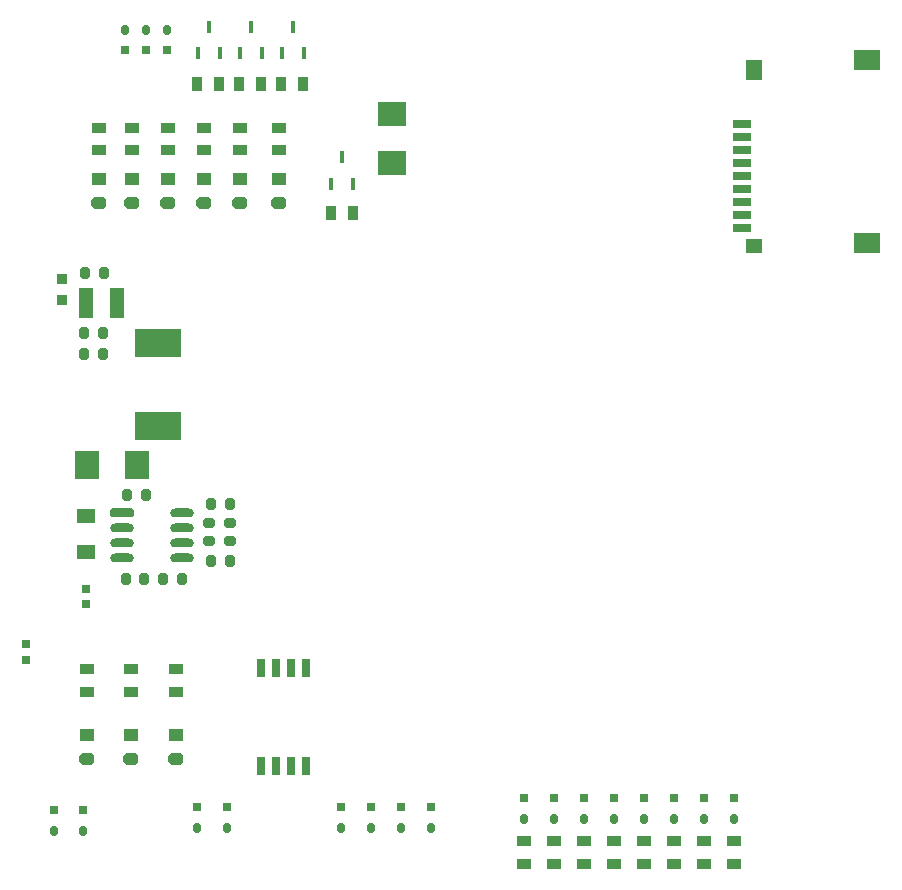
<source format=gtp>
G04*
G04 #@! TF.GenerationSoftware,Altium Limited,Altium Designer,21.0.3 (12)*
G04*
G04 Layer_Color=8421504*
%FSLAX25Y25*%
%MOIN*%
G70*
G04*
G04 #@! TF.SameCoordinates,E6294E34-86D8-4D4B-B4CD-31F9D36B8334*
G04*
G04*
G04 #@! TF.FilePolarity,Positive*
G04*
G01*
G75*
%ADD24R,0.02756X0.03150*%
G04:AMPARAMS|DCode=25|XSize=31.5mil|YSize=27.56mil|CornerRadius=0mil|HoleSize=0mil|Usage=FLASHONLY|Rotation=270.000|XOffset=0mil|YOffset=0mil|HoleType=Round|Shape=Octagon|*
%AMOCTAGOND25*
4,1,8,-0.00689,-0.01575,0.00689,-0.01575,0.01378,-0.00886,0.01378,0.00886,0.00689,0.01575,-0.00689,0.01575,-0.01378,0.00886,-0.01378,-0.00886,-0.00689,-0.01575,0.0*
%
%ADD25OCTAGOND25*%

%ADD26R,0.05000X0.03500*%
%ADD27R,0.05000X0.04000*%
G04:AMPARAMS|DCode=28|XSize=40mil|YSize=50mil|CornerRadius=0mil|HoleSize=0mil|Usage=FLASHONLY|Rotation=270.000|XOffset=0mil|YOffset=0mil|HoleType=Round|Shape=Octagon|*
%AMOCTAGOND28*
4,1,8,0.02500,0.01000,0.02500,-0.01000,0.01500,-0.02000,-0.01500,-0.02000,-0.02500,-0.01000,-0.02500,0.01000,-0.01500,0.02000,0.01500,0.02000,0.02500,0.01000,0.0*
%
%ADD28OCTAGOND28*%

%ADD29R,0.02559X0.05906*%
%ADD30R,0.03000X0.03000*%
G04:AMPARAMS|DCode=31|XSize=37mil|YSize=32mil|CornerRadius=8mil|HoleSize=0mil|Usage=FLASHONLY|Rotation=90.000|XOffset=0mil|YOffset=0mil|HoleType=Round|Shape=RoundedRectangle|*
%AMROUNDEDRECTD31*
21,1,0.03700,0.01600,0,0,90.0*
21,1,0.02100,0.03200,0,0,90.0*
1,1,0.01600,0.00800,0.01050*
1,1,0.01600,0.00800,-0.01050*
1,1,0.01600,-0.00800,-0.01050*
1,1,0.01600,-0.00800,0.01050*
%
%ADD31ROUNDEDRECTD31*%
G04:AMPARAMS|DCode=32|XSize=37mil|YSize=32mil|CornerRadius=8mil|HoleSize=0mil|Usage=FLASHONLY|Rotation=180.000|XOffset=0mil|YOffset=0mil|HoleType=Round|Shape=RoundedRectangle|*
%AMROUNDEDRECTD32*
21,1,0.03700,0.01600,0,0,180.0*
21,1,0.02100,0.03200,0,0,180.0*
1,1,0.01600,-0.01050,0.00800*
1,1,0.01600,0.01050,0.00800*
1,1,0.01600,0.01050,-0.00800*
1,1,0.01600,-0.01050,-0.00800*
%
%ADD32ROUNDEDRECTD32*%
%ADD33R,0.07874X0.09449*%
%ADD34R,0.15748X0.09449*%
%ADD35R,0.05000X0.10000*%
%ADD36R,0.03700X0.03200*%
%ADD37R,0.06299X0.02756*%
%ADD38R,0.08661X0.06693*%
%ADD39R,0.05512X0.07087*%
%ADD40R,0.05512X0.04724*%
%ADD41R,0.09449X0.07874*%
%ADD42R,0.03500X0.05000*%
%ADD43R,0.01772X0.03937*%
%ADD44R,0.06000X0.05000*%
%ADD45O,0.08000X0.03000*%
G04:AMPARAMS|DCode=46|XSize=80mil|YSize=30mil|CornerRadius=0mil|HoleSize=0mil|Usage=FLASHONLY|Rotation=0.000|XOffset=0mil|YOffset=0mil|HoleType=Round|Shape=Octagon|*
%AMOCTAGOND46*
4,1,8,0.04000,-0.00750,0.04000,0.00750,0.03250,0.01500,-0.03250,0.01500,-0.04000,0.00750,-0.04000,-0.00750,-0.03250,-0.01500,0.03250,-0.01500,0.04000,-0.00750,0.0*
%
%ADD46OCTAGOND46*%

D24*
X105500Y88693D02*
D03*
X332000Y92693D02*
D03*
X322000D02*
D03*
X312000Y92693D02*
D03*
X302000Y92693D02*
D03*
X292000Y92693D02*
D03*
X282000D02*
D03*
X272000D02*
D03*
X262000D02*
D03*
X221000Y89693D02*
D03*
X231000D02*
D03*
X211000D02*
D03*
X201000D02*
D03*
X163000D02*
D03*
X153000D02*
D03*
X115000Y88693D02*
D03*
X143000Y342307D02*
D03*
X136000D02*
D03*
X129000D02*
D03*
D25*
X105500Y82000D02*
D03*
X332000Y86000D02*
D03*
X322000D02*
D03*
X312000Y86000D02*
D03*
X302000Y86000D02*
D03*
X292000D02*
D03*
X282000D02*
D03*
X272000Y86000D02*
D03*
X262000Y86000D02*
D03*
X221000Y83000D02*
D03*
X231000D02*
D03*
X211000D02*
D03*
X201000D02*
D03*
X163000D02*
D03*
X153000D02*
D03*
X115000Y82000D02*
D03*
X143000Y349000D02*
D03*
X136000D02*
D03*
X129000D02*
D03*
D26*
X332000Y78480D02*
D03*
X332000Y71000D02*
D03*
X322000Y78480D02*
D03*
Y71000D02*
D03*
X312000Y78480D02*
D03*
X312000Y71000D02*
D03*
X302000Y78480D02*
D03*
X302000Y71000D02*
D03*
X292000Y78480D02*
D03*
X292000Y71000D02*
D03*
X282000Y78480D02*
D03*
X282000Y71000D02*
D03*
X272000Y78480D02*
D03*
Y71000D02*
D03*
X262000Y78480D02*
D03*
X262000Y71000D02*
D03*
X146000Y128260D02*
D03*
X146000Y135740D02*
D03*
X131000Y128260D02*
D03*
X131000Y135740D02*
D03*
X116500Y128260D02*
D03*
X116500Y135740D02*
D03*
X155500Y308759D02*
D03*
X155500Y316240D02*
D03*
X167500Y308759D02*
D03*
X167500Y316240D02*
D03*
X180500Y308759D02*
D03*
Y316240D02*
D03*
X143500Y308759D02*
D03*
X143500Y316240D02*
D03*
X131500Y308759D02*
D03*
X131500Y316240D02*
D03*
X120500Y308759D02*
D03*
Y316240D02*
D03*
D27*
X116500Y114000D02*
D03*
X131000D02*
D03*
X146000D02*
D03*
X155500Y299240D02*
D03*
X167500Y299240D02*
D03*
X180500Y299240D02*
D03*
X143500D02*
D03*
X131500Y299240D02*
D03*
X120500Y299240D02*
D03*
D28*
X116500Y106000D02*
D03*
X131000D02*
D03*
X146000D02*
D03*
X155500Y291241D02*
D03*
X167500Y291241D02*
D03*
X180500Y291241D02*
D03*
X143500D02*
D03*
X131500Y291241D02*
D03*
X120500D02*
D03*
D29*
X174500Y136339D02*
D03*
X179500D02*
D03*
X189500Y103661D02*
D03*
X184500Y103661D02*
D03*
X179500Y103661D02*
D03*
X174500D02*
D03*
X189500Y136339D02*
D03*
X184500D02*
D03*
D30*
X96000Y144118D02*
D03*
Y139000D02*
D03*
X116000Y157441D02*
D03*
Y162559D02*
D03*
D31*
X135394Y166000D02*
D03*
X129181D02*
D03*
X141787Y166000D02*
D03*
X148000Y166000D02*
D03*
X157787Y172000D02*
D03*
X164000Y172000D02*
D03*
X157787Y191000D02*
D03*
X164000Y191000D02*
D03*
X136000Y194000D02*
D03*
X129787D02*
D03*
X121606Y241000D02*
D03*
X115394Y241000D02*
D03*
X121606Y248000D02*
D03*
X115394D02*
D03*
X115787Y268000D02*
D03*
X122000Y268000D02*
D03*
D32*
X157000Y184606D02*
D03*
X157000Y178394D02*
D03*
X164000Y178394D02*
D03*
X164000Y184606D02*
D03*
D33*
X133000Y204000D02*
D03*
X116465Y204000D02*
D03*
D34*
X140000Y217000D02*
D03*
Y244559D02*
D03*
D35*
X126236Y258000D02*
D03*
X116000Y258000D02*
D03*
D36*
X108000Y259000D02*
D03*
Y266000D02*
D03*
D37*
X334661Y317358D02*
D03*
Y313028D02*
D03*
Y308697D02*
D03*
Y304366D02*
D03*
Y300035D02*
D03*
Y295705D02*
D03*
Y291374D02*
D03*
Y282713D02*
D03*
Y287043D02*
D03*
D38*
X376425Y339012D02*
D03*
Y277988D02*
D03*
D39*
X338630Y335469D02*
D03*
D40*
X338630Y276988D02*
D03*
D41*
X218032Y304465D02*
D03*
Y321000D02*
D03*
D42*
X205031Y288000D02*
D03*
X197551D02*
D03*
X181000Y331000D02*
D03*
X188480D02*
D03*
X167000D02*
D03*
X174480Y331000D02*
D03*
X153000Y331000D02*
D03*
X160480D02*
D03*
D43*
X201291Y306429D02*
D03*
X205031Y297500D02*
D03*
X197551D02*
D03*
X181260Y341071D02*
D03*
X188740D02*
D03*
X185000Y350000D02*
D03*
X167260Y341071D02*
D03*
X174740D02*
D03*
X171000Y350000D02*
D03*
X153260Y341071D02*
D03*
X160740Y341071D02*
D03*
X157000Y350000D02*
D03*
D44*
X116000Y175000D02*
D03*
X116000Y187000D02*
D03*
D45*
X148000Y183000D02*
D03*
X128000Y173000D02*
D03*
Y178000D02*
D03*
X148000Y188000D02*
D03*
Y178000D02*
D03*
Y173000D02*
D03*
X128000Y183000D02*
D03*
D46*
X128000Y188000D02*
D03*
M02*

</source>
